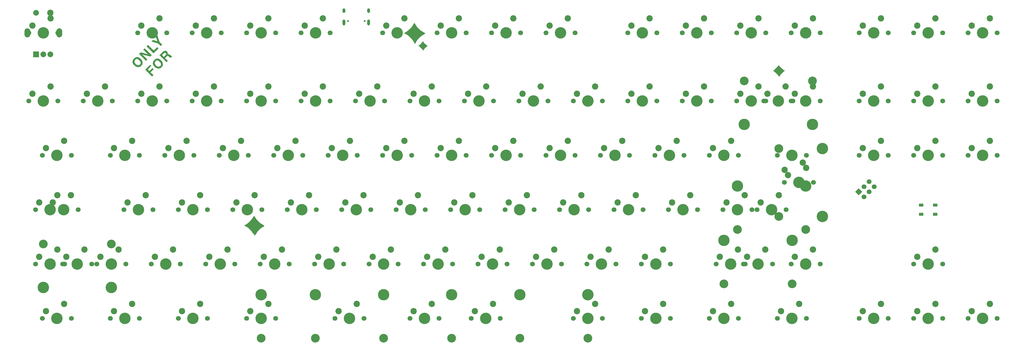
<source format=gbr>
%TF.GenerationSoftware,KiCad,Pcbnew,(6.0.4-0)*%
%TF.CreationDate,2022-05-31T11:34:18+03:00*%
%TF.ProjectId,Supernova_Solder,53757065-726e-46f7-9661-5f536f6c6465,rev?*%
%TF.SameCoordinates,Original*%
%TF.FileFunction,Soldermask,Top*%
%TF.FilePolarity,Negative*%
%FSLAX46Y46*%
G04 Gerber Fmt 4.6, Leading zero omitted, Abs format (unit mm)*
G04 Created by KiCad (PCBNEW (6.0.4-0)) date 2022-05-31 11:34:18*
%MOMM*%
%LPD*%
G01*
G04 APERTURE LIST*
G04 Aperture macros list*
%AMHorizOval*
0 Thick line with rounded ends*
0 $1 width*
0 $2 $3 position (X,Y) of the first rounded end (center of the circle)*
0 $4 $5 position (X,Y) of the second rounded end (center of the circle)*
0 Add line between two ends*
20,1,$1,$2,$3,$4,$5,0*
0 Add two circle primitives to create the rounded ends*
1,1,$1,$2,$3*
1,1,$1,$4,$5*%
%AMRotRect*
0 Rectangle, with rotation*
0 The origin of the aperture is its center*
0 $1 length*
0 $2 width*
0 $3 Rotation angle, in degrees counterclockwise*
0 Add horizontal line*
21,1,$1,$2,0,0,$3*%
G04 Aperture macros list end*
%ADD10C,1.700000*%
%ADD11C,4.000000*%
%ADD12C,2.200000*%
%ADD13C,3.050000*%
%ADD14C,3.987800*%
%ADD15C,3.048000*%
%ADD16R,2.000000X2.000000*%
%ADD17C,2.000000*%
%ADD18O,2.000000X3.200000*%
%ADD19R,1.500000X1.000000*%
%ADD20C,0.650000*%
%ADD21O,1.000000X1.600000*%
%ADD22O,1.000000X2.100000*%
%ADD23RotRect,1.700000X1.700000X315.000000*%
%ADD24HorizOval,1.700000X0.000000X0.000000X0.000000X0.000000X0*%
G04 APERTURE END LIST*
%TO.C,G\u002A\u002A\u002A*%
G36*
X71962945Y-47413437D02*
G01*
X72246470Y-47046592D01*
X72584318Y-46754582D01*
X72849417Y-46613912D01*
X73301721Y-46529645D01*
X73772580Y-46606587D01*
X74245644Y-46840248D01*
X74555869Y-47082405D01*
X74920910Y-47499272D01*
X75154291Y-47956317D01*
X75250502Y-48426032D01*
X75204034Y-48880906D01*
X75009377Y-49293430D01*
X75001029Y-49305087D01*
X74619356Y-49716568D01*
X74188082Y-49977798D01*
X73724199Y-50083433D01*
X73244699Y-50028134D01*
X72996991Y-49935017D01*
X72597234Y-49683746D01*
X72237435Y-49340115D01*
X71947394Y-48944167D01*
X71756914Y-48535942D01*
X71695219Y-48185917D01*
X71724279Y-48034947D01*
X72402930Y-48034947D01*
X72455442Y-48361699D01*
X72654693Y-48732693D01*
X72702167Y-48800119D01*
X73014793Y-49130465D01*
X73366448Y-49335072D01*
X73727481Y-49407243D01*
X74068238Y-49340282D01*
X74322679Y-49166096D01*
X74521779Y-48860655D01*
X74571276Y-48512535D01*
X74476803Y-48146708D01*
X74243990Y-47788147D01*
X73950245Y-47514344D01*
X73562561Y-47294572D01*
X73195234Y-47231048D01*
X72866645Y-47321088D01*
X72595179Y-47562007D01*
X72492225Y-47727227D01*
X72402930Y-48034947D01*
X71724279Y-48034947D01*
X71767832Y-47808687D01*
X71962945Y-47413437D01*
G37*
G36*
X80458276Y-39075944D02*
G01*
X80538173Y-39285096D01*
X80644017Y-39597146D01*
X80765290Y-39982199D01*
X80794602Y-40079083D01*
X80931702Y-40526192D01*
X81042282Y-40848752D01*
X81145614Y-41085239D01*
X81260968Y-41274128D01*
X81407617Y-41453894D01*
X81569768Y-41626705D01*
X81785243Y-41861164D01*
X81944703Y-42055321D01*
X82018818Y-42172975D01*
X82020833Y-42183446D01*
X81965840Y-42289103D01*
X81838565Y-42440514D01*
X81695571Y-42577566D01*
X81593417Y-42640146D01*
X81591035Y-42640250D01*
X81517006Y-42584878D01*
X81357740Y-42439140D01*
X81146530Y-42233597D01*
X81128970Y-42216070D01*
X80950978Y-42044085D01*
X80791365Y-41914850D01*
X80614540Y-41811309D01*
X80384910Y-41716404D01*
X80066884Y-41613078D01*
X79624869Y-41484275D01*
X79568341Y-41468159D01*
X79155724Y-41345598D01*
X78805980Y-41232189D01*
X78549401Y-41138481D01*
X78416275Y-41075026D01*
X78404684Y-41062802D01*
X78443242Y-40958528D01*
X78572634Y-40797011D01*
X78628922Y-40740274D01*
X78880370Y-40499372D01*
X79624070Y-40759454D01*
X79949642Y-40870116D01*
X80208242Y-40951980D01*
X80363458Y-40993827D01*
X80391437Y-40995868D01*
X80374794Y-40911556D01*
X80310520Y-40705011D01*
X80210314Y-40412597D01*
X80147083Y-40236460D01*
X79879062Y-39500720D01*
X80119121Y-39250151D01*
X80281927Y-39093126D01*
X80396378Y-39005902D01*
X80414841Y-38999583D01*
X80458276Y-39075944D01*
G37*
G36*
X78066587Y-43215719D02*
G01*
X78395354Y-43538690D01*
X78685370Y-43814455D01*
X78914450Y-44022629D01*
X79060406Y-44142832D01*
X79099033Y-44164250D01*
X79190721Y-44108070D01*
X79370243Y-43957171D01*
X79607161Y-43738014D01*
X79754049Y-43594848D01*
X80327848Y-43025446D01*
X80558751Y-43256350D01*
X80789654Y-43487253D01*
X79946332Y-44333751D01*
X79640518Y-44637686D01*
X79377629Y-44893239D01*
X79180299Y-45078842D01*
X79071162Y-45172930D01*
X79057954Y-45180250D01*
X78987026Y-45123118D01*
X78815979Y-44963930D01*
X78563799Y-44720999D01*
X78249469Y-44412634D01*
X77891975Y-44057148D01*
X77849866Y-44014987D01*
X77490180Y-43650182D01*
X77175701Y-43322758D01*
X76924823Y-43052570D01*
X76755942Y-42859470D01*
X76687453Y-42763312D01*
X76686833Y-42759746D01*
X76743546Y-42645645D01*
X76882001Y-42486774D01*
X76901096Y-42468478D01*
X77115358Y-42267189D01*
X78066587Y-43215719D01*
G37*
G36*
X170430289Y-34700432D02*
G01*
X170568772Y-34894252D01*
X170692272Y-35115519D01*
X171152486Y-35859131D01*
X171759482Y-36554569D01*
X172493155Y-37182331D01*
X173333400Y-37722915D01*
X173440105Y-37780824D01*
X173734316Y-37949671D01*
X173960204Y-38102539D01*
X174083185Y-38214998D01*
X174095833Y-38244018D01*
X174027102Y-38356580D01*
X173859829Y-38477050D01*
X173841833Y-38486428D01*
X173047274Y-38958342D01*
X172319742Y-39528604D01*
X171688240Y-40169541D01*
X171181772Y-40853476D01*
X170974877Y-41222083D01*
X170815791Y-41518052D01*
X170671895Y-41744640D01*
X170566498Y-41866629D01*
X170540609Y-41878250D01*
X170456578Y-41808568D01*
X170316391Y-41620823D01*
X170142434Y-41346970D01*
X170021575Y-41137417D01*
X169577631Y-40457683D01*
X169031541Y-39811903D01*
X168421618Y-39238413D01*
X167786180Y-38775552D01*
X167496200Y-38610518D01*
X167193020Y-38446362D01*
X166953348Y-38301623D01*
X166813481Y-38198890D01*
X166792918Y-38172836D01*
X166846278Y-38090377D01*
X167015139Y-37957440D01*
X167264489Y-37801129D01*
X167296550Y-37782987D01*
X168026785Y-37305978D01*
X168705974Y-36731115D01*
X169301535Y-36091691D01*
X169780883Y-35420997D01*
X169995309Y-35025548D01*
X170148575Y-34754099D01*
X170279739Y-34624544D01*
X170328014Y-34616652D01*
X170430289Y-34700432D01*
G37*
G36*
X79074945Y-47921437D02*
G01*
X79358470Y-47554592D01*
X79696318Y-47262582D01*
X79961417Y-47121912D01*
X80413721Y-47037645D01*
X80884580Y-47114587D01*
X81357644Y-47348248D01*
X81667869Y-47590405D01*
X82032910Y-48007272D01*
X82266291Y-48464317D01*
X82362502Y-48934032D01*
X82316034Y-49388906D01*
X82121377Y-49801430D01*
X82113029Y-49813087D01*
X81731356Y-50224568D01*
X81300082Y-50485798D01*
X80836199Y-50591433D01*
X80356699Y-50536134D01*
X80108991Y-50443017D01*
X79709234Y-50191746D01*
X79349435Y-49848115D01*
X79059394Y-49452167D01*
X78868914Y-49043942D01*
X78807219Y-48693917D01*
X78836279Y-48542947D01*
X79514930Y-48542947D01*
X79567442Y-48869699D01*
X79766693Y-49240693D01*
X79814167Y-49308119D01*
X80126793Y-49638465D01*
X80478448Y-49843072D01*
X80839481Y-49915243D01*
X81180238Y-49848282D01*
X81434679Y-49674096D01*
X81633779Y-49368655D01*
X81683276Y-49020535D01*
X81588803Y-48654708D01*
X81355990Y-48296147D01*
X81062245Y-48022344D01*
X80674561Y-47802572D01*
X80307234Y-47739048D01*
X79978645Y-47829088D01*
X79707179Y-48070007D01*
X79604225Y-48235227D01*
X79514930Y-48542947D01*
X78836279Y-48542947D01*
X78879832Y-48316687D01*
X79074945Y-47921437D01*
G37*
G36*
X173424243Y-41151098D02*
G01*
X173492817Y-41265570D01*
X173623583Y-41449183D01*
X173846776Y-41698409D01*
X174122185Y-41973593D01*
X174409602Y-42235081D01*
X174668818Y-42443217D01*
X174730833Y-42486511D01*
X174942500Y-42627623D01*
X174730833Y-42779137D01*
X174414292Y-43030549D01*
X174100767Y-43321456D01*
X173828076Y-43612789D01*
X173634033Y-43865477D01*
X173574567Y-43973750D01*
X173464908Y-44181177D01*
X173361443Y-44229793D01*
X173239723Y-44119470D01*
X173144534Y-43971480D01*
X172786676Y-43476912D01*
X172353343Y-43053665D01*
X172037373Y-42831934D01*
X171653137Y-42606756D01*
X171896341Y-42433003D01*
X172292560Y-42119954D01*
X172643012Y-41787298D01*
X172907398Y-41475294D01*
X172999477Y-41330908D01*
X173153615Y-41105882D01*
X173291453Y-41046442D01*
X173424243Y-41151098D01*
G37*
G36*
X114332382Y-102230854D02*
G01*
X114450124Y-102410177D01*
X114588129Y-102648754D01*
X115084085Y-103396249D01*
X115720780Y-104105804D01*
X116469951Y-104750089D01*
X117303336Y-105301775D01*
X117371697Y-105340475D01*
X117641024Y-105496281D01*
X117795234Y-105616647D01*
X117828135Y-105725948D01*
X117733536Y-105848556D01*
X117505243Y-106008845D01*
X117146896Y-106225348D01*
X116558984Y-106640107D01*
X115972604Y-107171929D01*
X115433178Y-107774328D01*
X114986123Y-108400818D01*
X114929240Y-108495016D01*
X114750538Y-108793505D01*
X114604616Y-109027518D01*
X114511682Y-109165152D01*
X114490116Y-109188250D01*
X114433630Y-109122210D01*
X114305367Y-108943682D01*
X114125985Y-108682056D01*
X113969297Y-108447417D01*
X113700977Y-108063646D01*
X113400020Y-107667668D01*
X113116197Y-107323895D01*
X113011421Y-107207743D01*
X112750314Y-106948476D01*
X112447202Y-106676406D01*
X112134190Y-106416976D01*
X111843385Y-106195627D01*
X111606892Y-106037798D01*
X111456818Y-105968932D01*
X111446726Y-105967872D01*
X111327365Y-105916183D01*
X111148426Y-105792920D01*
X111114625Y-105765919D01*
X110871417Y-105567011D01*
X111495625Y-105162235D01*
X112018563Y-104778654D01*
X112556980Y-104306151D01*
X113069516Y-103786647D01*
X113514810Y-103262061D01*
X113851244Y-102774750D01*
X114022222Y-102495202D01*
X114163728Y-102282575D01*
X114252677Y-102170878D01*
X114267316Y-102161921D01*
X114332382Y-102230854D01*
G37*
G36*
X76047474Y-43544316D02*
G01*
X76231962Y-43704332D01*
X76495692Y-43948686D01*
X76819002Y-44259102D01*
X77182228Y-44617304D01*
X77236920Y-44672003D01*
X78419738Y-45857089D01*
X78161204Y-46115623D01*
X77902669Y-46374157D01*
X76660033Y-46031203D01*
X76220475Y-45911707D01*
X75835024Y-45810333D01*
X75534848Y-45735016D01*
X75351112Y-45693688D01*
X75312870Y-45688250D01*
X75331093Y-45743916D01*
X75452156Y-45896938D01*
X75657768Y-46126345D01*
X75929635Y-46411171D01*
X76049353Y-46532427D01*
X76890362Y-47376603D01*
X76689172Y-47590760D01*
X76541297Y-47734373D01*
X76444406Y-47803751D01*
X76438107Y-47804917D01*
X76365662Y-47747759D01*
X76193244Y-47588503D01*
X75939926Y-47345473D01*
X75624781Y-47036993D01*
X75266883Y-46681386D01*
X75225199Y-46639654D01*
X74865513Y-46274848D01*
X74551034Y-45947425D01*
X74300157Y-45677236D01*
X74131276Y-45484137D01*
X74062786Y-45387979D01*
X74062167Y-45384413D01*
X74129422Y-45244144D01*
X74289740Y-45087396D01*
X74480949Y-44965335D01*
X74617957Y-44927018D01*
X74758846Y-44949300D01*
X75025688Y-45009602D01*
X75381728Y-45099038D01*
X75790213Y-45208718D01*
X75840167Y-45222583D01*
X76243309Y-45333236D01*
X76589106Y-45425070D01*
X76844055Y-45489409D01*
X76974656Y-45517578D01*
X76981494Y-45518148D01*
X76956338Y-45462726D01*
X76829611Y-45310247D01*
X76620579Y-45082279D01*
X76348508Y-44800393D01*
X76265937Y-44717030D01*
X75467385Y-43915144D01*
X75668534Y-43701030D01*
X75829053Y-43556191D01*
X75953034Y-43487739D01*
X75961893Y-43486917D01*
X76047474Y-43544316D01*
G37*
G36*
X78083065Y-49412861D02*
G01*
X78300039Y-49616698D01*
X77685811Y-50235053D01*
X77071582Y-50853409D01*
X77617345Y-51399172D01*
X78151339Y-50869925D01*
X78685333Y-50340677D01*
X79090873Y-50772355D01*
X78041127Y-51831515D01*
X78548339Y-52333434D01*
X79055550Y-52835353D01*
X78829018Y-53071801D01*
X78672325Y-53223427D01*
X78566605Y-53304178D01*
X78553692Y-53308250D01*
X78481689Y-53251076D01*
X78309491Y-53091663D01*
X78055971Y-52848171D01*
X77740003Y-52538762D01*
X77380460Y-52181596D01*
X77321524Y-52122607D01*
X76138151Y-50936965D01*
X77866091Y-49209025D01*
X78083065Y-49412861D01*
G37*
G36*
X82045981Y-44948872D02*
G01*
X82459301Y-44609896D01*
X82812206Y-44403294D01*
X83119631Y-44323627D01*
X83396513Y-44365454D01*
X83657785Y-44523334D01*
X83764966Y-44621450D01*
X83962405Y-44859337D01*
X84044486Y-45086613D01*
X84052833Y-45214116D01*
X84065948Y-45416875D01*
X84133729Y-45501534D01*
X84298832Y-45518903D01*
X84308725Y-45518917D01*
X84557154Y-45580507D01*
X84844606Y-45775376D01*
X84922558Y-45843638D01*
X85149484Y-46034519D01*
X85350299Y-46178182D01*
X85442110Y-46227140D01*
X85534419Y-46274658D01*
X85529732Y-46345056D01*
X85417425Y-46479878D01*
X85362770Y-46537418D01*
X85182217Y-46696692D01*
X85029395Y-46783530D01*
X84998961Y-46788917D01*
X84873793Y-46734774D01*
X84677264Y-46594742D01*
X84508693Y-46450250D01*
X84288255Y-46266844D01*
X84099330Y-46143860D01*
X84007463Y-46111583D01*
X83879771Y-46166768D01*
X83679715Y-46310627D01*
X83476405Y-46488356D01*
X83079167Y-46865129D01*
X83567458Y-47360119D01*
X84055750Y-47855108D01*
X83818634Y-48082280D01*
X83581517Y-48309452D01*
X81136125Y-45859688D01*
X81196718Y-45797248D01*
X82105500Y-45797248D01*
X82159487Y-45904366D01*
X82291245Y-46073174D01*
X82455470Y-46253707D01*
X82606857Y-46396000D01*
X82697592Y-46450250D01*
X82780057Y-46394108D01*
X82935954Y-46250315D01*
X83051973Y-46132750D01*
X83310342Y-45844302D01*
X83449296Y-45630633D01*
X83480281Y-45459050D01*
X83414745Y-45296865D01*
X83367491Y-45231632D01*
X83204030Y-45078207D01*
X83047754Y-45011039D01*
X83042608Y-45010917D01*
X82904306Y-45064270D01*
X82700254Y-45199544D01*
X82474757Y-45379563D01*
X82272121Y-45567150D01*
X82136651Y-45725127D01*
X82105500Y-45797248D01*
X81196718Y-45797248D01*
X81557312Y-45425665D01*
X82045981Y-44948872D01*
G37*
G36*
X297918298Y-49512796D02*
G01*
X298103406Y-49755642D01*
X298380318Y-50063711D01*
X298708298Y-50396842D01*
X299046609Y-50714869D01*
X299354514Y-50977630D01*
X299545742Y-51117339D01*
X299957092Y-51381302D01*
X299601807Y-51646276D01*
X299113651Y-52032322D01*
X298736089Y-52386886D01*
X298427108Y-52751869D01*
X298268811Y-52975778D01*
X297937306Y-53472211D01*
X297462088Y-52840826D01*
X296809357Y-52101894D01*
X296058304Y-51494102D01*
X295984792Y-51444915D01*
X295895055Y-51379211D01*
X295868826Y-51316518D01*
X295923229Y-51229716D01*
X296075387Y-51091685D01*
X296342421Y-50875305D01*
X296346501Y-50872036D01*
X296689249Y-50569860D01*
X297050469Y-50208322D01*
X297347286Y-49871251D01*
X297792496Y-49315676D01*
X297918298Y-49512796D01*
G37*
%TD*%
D10*
%TO.C,K10*%
X244951250Y-38100000D03*
X255111250Y-38100000D03*
D11*
X250031250Y-38100000D03*
D12*
X252571250Y-33020000D03*
X246221250Y-35560000D03*
%TD*%
D10*
%TO.C,K63*%
X288448750Y-100012500D03*
X278288750Y-100012500D03*
D11*
X283368750Y-100012500D03*
D12*
X285908750Y-94932500D03*
X279558750Y-97472500D03*
%TD*%
D10*
%TO.C,K49*%
X355123750Y-80962500D03*
X344963750Y-80962500D03*
D11*
X350043750Y-80962500D03*
D12*
X352583750Y-75882500D03*
X346233750Y-78422500D03*
%TD*%
D10*
%TO.C,K61*%
X250348750Y-100012500D03*
D11*
X245268750Y-100012500D03*
D10*
X240188750Y-100012500D03*
D12*
X247808750Y-94932500D03*
X241458750Y-97472500D03*
%TD*%
D10*
%TO.C,K24*%
X178911250Y-61912500D03*
D11*
X173831250Y-61912500D03*
D10*
X168751250Y-61912500D03*
D12*
X176371250Y-56832500D03*
X170021250Y-59372500D03*
%TD*%
D10*
%TO.C,K63a1*%
X300355000Y-100012500D03*
D11*
X295275000Y-100012500D03*
D10*
X290195000Y-100012500D03*
D12*
X297815000Y-94932500D03*
X291465000Y-97472500D03*
%TD*%
D11*
%TO.C,K80*%
X45243750Y-138112500D03*
D10*
X50323750Y-138112500D03*
X40163750Y-138112500D03*
D12*
X47783750Y-133032500D03*
X41433750Y-135572500D03*
%TD*%
D11*
%TO.C,REF\u002A\u002A*%
X230981250Y-129872500D03*
D13*
X230981250Y-145112500D03*
D11*
X116681250Y-129872500D03*
D13*
X116681250Y-145112500D03*
%TD*%
D10*
%TO.C,K47*%
X307498750Y-80962500D03*
X297338750Y-80962500D03*
D11*
X302418750Y-80962500D03*
D12*
X299878750Y-86042500D03*
X306228750Y-83502500D03*
%TD*%
D10*
%TO.C,K57*%
X174148750Y-100012500D03*
D11*
X169068750Y-100012500D03*
D10*
X163988750Y-100012500D03*
D12*
X171608750Y-94932500D03*
X165258750Y-97472500D03*
%TD*%
D10*
%TO.C,K43*%
X216376250Y-80962500D03*
D11*
X221456250Y-80962500D03*
D10*
X226536250Y-80962500D03*
D12*
X223996250Y-75882500D03*
X217646250Y-78422500D03*
%TD*%
D10*
%TO.C,K52*%
X78898750Y-100012500D03*
X68738750Y-100012500D03*
D11*
X73818750Y-100012500D03*
D12*
X76358750Y-94932500D03*
X70008750Y-97472500D03*
%TD*%
D11*
%TO.C,K90*%
X330993750Y-138112500D03*
D10*
X325913750Y-138112500D03*
X336073750Y-138112500D03*
D12*
X333533750Y-133032500D03*
X327183750Y-135572500D03*
%TD*%
D10*
%TO.C,K85*%
X200342500Y-138112500D03*
D11*
X195262500Y-138112500D03*
D10*
X190182500Y-138112500D03*
D12*
X197802500Y-133032500D03*
X191452500Y-135572500D03*
%TD*%
D10*
%TO.C,K46*%
X273526250Y-80962500D03*
X283686250Y-80962500D03*
D11*
X278606250Y-80962500D03*
D12*
X281146250Y-75882500D03*
X274796250Y-78422500D03*
%TD*%
D14*
%TO.C,>NAME*%
X283337000Y-91757500D03*
D15*
X307213000Y-106997500D03*
D14*
X307213000Y-91757500D03*
D15*
X283337000Y-106997500D03*
%TD*%
D11*
%TO.C,K84a1*%
X173831250Y-138112500D03*
D10*
X168751250Y-138112500D03*
X178911250Y-138112500D03*
D12*
X176371250Y-133032500D03*
X170021250Y-135572500D03*
%TD*%
D10*
%TO.C,K54*%
X116998750Y-100012500D03*
D11*
X111918750Y-100012500D03*
D10*
X106838750Y-100012500D03*
D12*
X114458750Y-94932500D03*
X108108750Y-97472500D03*
%TD*%
D10*
%TO.C,K30a1*%
X292576250Y-61912500D03*
D11*
X297656250Y-61912500D03*
D10*
X302736250Y-61912500D03*
D12*
X300196250Y-56832500D03*
X293846250Y-59372500D03*
%TD*%
D11*
%TO.C,K20*%
X97631250Y-61912500D03*
D10*
X92551250Y-61912500D03*
X102711250Y-61912500D03*
D12*
X100171250Y-56832500D03*
X93821250Y-59372500D03*
%TD*%
D10*
%TO.C,K15*%
X344963750Y-38100000D03*
X355123750Y-38100000D03*
D11*
X350043750Y-38100000D03*
D12*
X352583750Y-33020000D03*
X346233750Y-35560000D03*
%TD*%
D10*
%TO.C,K40*%
X159226250Y-80962500D03*
X169386250Y-80962500D03*
D11*
X164306250Y-80962500D03*
D12*
X166846250Y-75882500D03*
X160496250Y-78422500D03*
%TD*%
D11*
%TO.C,K11*%
X269081250Y-38100000D03*
D10*
X264001250Y-38100000D03*
X274161250Y-38100000D03*
D12*
X271621250Y-33020000D03*
X265271250Y-35560000D03*
%TD*%
D11*
%TO.C,K69*%
X121443750Y-119062500D03*
D10*
X126523750Y-119062500D03*
X116363750Y-119062500D03*
D12*
X123983750Y-113982500D03*
X117633750Y-116522500D03*
%TD*%
D10*
%TO.C,K81*%
X63976250Y-138112500D03*
D11*
X69056250Y-138112500D03*
D10*
X74136250Y-138112500D03*
D12*
X71596250Y-133032500D03*
X65246250Y-135572500D03*
%TD*%
D11*
%TO.C,K1*%
X40481250Y-38100000D03*
D10*
X35401250Y-38100000D03*
X45561250Y-38100000D03*
D12*
X43021250Y-33020000D03*
X36671250Y-35560000D03*
%TD*%
D11*
%TO.C,K83*%
X116681250Y-138112500D03*
D10*
X121761250Y-138112500D03*
X111601250Y-138112500D03*
D12*
X119221250Y-133032500D03*
X112871250Y-135572500D03*
%TD*%
D11*
%TO.C,K86*%
X230981250Y-138112500D03*
D10*
X236061250Y-138112500D03*
X225901250Y-138112500D03*
D12*
X233521250Y-133032500D03*
X227171250Y-135572500D03*
%TD*%
D11*
%TO.C,K48*%
X330993750Y-80962500D03*
D10*
X325913750Y-80962500D03*
X336073750Y-80962500D03*
D12*
X333533750Y-75882500D03*
X327183750Y-78422500D03*
%TD*%
D10*
%TO.C,K30*%
X293211250Y-61912500D03*
D11*
X288131250Y-61912500D03*
D10*
X283051250Y-61912500D03*
D12*
X290671250Y-56832500D03*
X284321250Y-59372500D03*
%TD*%
D15*
%TO.C,>NAME*%
X302450500Y-126047500D03*
X278574500Y-126047500D03*
D14*
X302450500Y-110807500D03*
X278574500Y-110807500D03*
%TD*%
D10*
%TO.C,K3*%
X102711250Y-38100000D03*
D11*
X97631250Y-38100000D03*
D10*
X92551250Y-38100000D03*
D12*
X100171250Y-33020000D03*
X93821250Y-35560000D03*
%TD*%
D10*
%TO.C,K44*%
X245586250Y-80962500D03*
D11*
X240506250Y-80962500D03*
D10*
X235426250Y-80962500D03*
D12*
X243046250Y-75882500D03*
X236696250Y-78422500D03*
%TD*%
D11*
%TO.C,K91*%
X350043750Y-138112500D03*
D10*
X355123750Y-138112500D03*
X344963750Y-138112500D03*
D12*
X352583750Y-133032500D03*
X346233750Y-135572500D03*
%TD*%
D10*
%TO.C,K88*%
X273526250Y-138112500D03*
D11*
X278606250Y-138112500D03*
D10*
X283686250Y-138112500D03*
D12*
X281146250Y-133032500D03*
X274796250Y-135572500D03*
%TD*%
D11*
%TO.C,K41*%
X183356250Y-80962500D03*
D10*
X178276250Y-80962500D03*
X188436250Y-80962500D03*
D12*
X185896250Y-75882500D03*
X179546250Y-78422500D03*
%TD*%
D10*
%TO.C,K77a1*%
X285432500Y-119062500D03*
D11*
X290512500Y-119062500D03*
D10*
X295592500Y-119062500D03*
D12*
X293052500Y-113982500D03*
X286702500Y-116522500D03*
%TD*%
D11*
%TO.C,K64*%
X369093750Y-61912500D03*
D10*
X374173750Y-61912500D03*
X364013750Y-61912500D03*
D12*
X371633750Y-56832500D03*
X365283750Y-59372500D03*
%TD*%
D11*
%TO.C,K89*%
X302418750Y-138112500D03*
D10*
X297338750Y-138112500D03*
X307498750Y-138112500D03*
D12*
X304958750Y-133032500D03*
X298608750Y-135572500D03*
%TD*%
D10*
%TO.C,K36*%
X83026250Y-80962500D03*
X93186250Y-80962500D03*
D11*
X88106250Y-80962500D03*
D12*
X90646250Y-75882500D03*
X84296250Y-78422500D03*
%TD*%
D10*
%TO.C,K18*%
X54451250Y-61912500D03*
D11*
X59531250Y-61912500D03*
D10*
X64611250Y-61912500D03*
D12*
X62071250Y-56832500D03*
X55721250Y-59372500D03*
%TD*%
D10*
%TO.C,K74*%
X221773750Y-119062500D03*
X211613750Y-119062500D03*
D11*
X216693750Y-119062500D03*
D12*
X219233750Y-113982500D03*
X212883750Y-116522500D03*
%TD*%
D11*
%TO.C,K82*%
X92868750Y-138112500D03*
D10*
X87788750Y-138112500D03*
X97948750Y-138112500D03*
D12*
X95408750Y-133032500D03*
X89058750Y-135572500D03*
%TD*%
D10*
%TO.C,K67*%
X88423750Y-119062500D03*
D11*
X83343750Y-119062500D03*
D10*
X78263750Y-119062500D03*
D12*
X85883750Y-113982500D03*
X79533750Y-116522500D03*
%TD*%
D10*
%TO.C,K19*%
X83661250Y-61912500D03*
X73501250Y-61912500D03*
D11*
X78581250Y-61912500D03*
D12*
X81121250Y-56832500D03*
X74771250Y-59372500D03*
%TD*%
D10*
%TO.C,K33*%
X344963750Y-61912500D03*
X355123750Y-61912500D03*
D11*
X350043750Y-61912500D03*
D12*
X352583750Y-56832500D03*
X346233750Y-59372500D03*
%TD*%
D11*
%TO.C,K8*%
X202406250Y-38100000D03*
D10*
X197326250Y-38100000D03*
X207486250Y-38100000D03*
D12*
X204946250Y-33020000D03*
X198596250Y-35560000D03*
%TD*%
D10*
%TO.C,K37*%
X112236250Y-80962500D03*
D11*
X107156250Y-80962500D03*
D10*
X102076250Y-80962500D03*
D12*
X109696250Y-75882500D03*
X103346250Y-78422500D03*
%TD*%
D10*
%TO.C,K79*%
X344963750Y-119062500D03*
D11*
X350043750Y-119062500D03*
D10*
X355123750Y-119062500D03*
D12*
X352583750Y-113982500D03*
X346233750Y-116522500D03*
%TD*%
D10*
%TO.C,K31*%
X312261250Y-61912500D03*
X302101250Y-61912500D03*
D11*
X307181250Y-61912500D03*
D12*
X309721250Y-56832500D03*
X303371250Y-59372500D03*
%TD*%
D10*
%TO.C,K17*%
X35401250Y-61912500D03*
D11*
X40481250Y-61912500D03*
D10*
X45561250Y-61912500D03*
D12*
X43021250Y-56832500D03*
X36671250Y-59372500D03*
%TD*%
D11*
%TO.C,K4*%
X116681250Y-38100000D03*
D10*
X121761250Y-38100000D03*
X111601250Y-38100000D03*
D12*
X119221250Y-33020000D03*
X112871250Y-35560000D03*
%TD*%
D10*
%TO.C,K92*%
X364013750Y-138112500D03*
D11*
X369093750Y-138112500D03*
D10*
X374173750Y-138112500D03*
D12*
X371633750Y-133032500D03*
X365283750Y-135572500D03*
%TD*%
D10*
%TO.C,K38*%
X131286250Y-80962500D03*
D11*
X126206250Y-80962500D03*
D10*
X121126250Y-80962500D03*
D12*
X128746250Y-75882500D03*
X122396250Y-78422500D03*
%TD*%
D16*
%TO.C,RE1*%
X37981250Y-45575000D03*
D17*
X42981250Y-45575000D03*
X40481250Y-45575000D03*
D18*
X34881250Y-38075000D03*
X46081250Y-38075000D03*
D12*
X42981250Y-31075000D03*
D17*
X37981250Y-31075000D03*
%TD*%
D11*
%TO.C,K73*%
X197643750Y-119062500D03*
D10*
X202723750Y-119062500D03*
X192563750Y-119062500D03*
D12*
X200183750Y-113982500D03*
X193833750Y-116522500D03*
%TD*%
D10*
%TO.C,K68*%
X107473750Y-119062500D03*
X97313750Y-119062500D03*
D11*
X102393750Y-119062500D03*
D12*
X104933750Y-113982500D03*
X98583750Y-116522500D03*
%TD*%
D10*
%TO.C,K23*%
X149701250Y-61912500D03*
D11*
X154781250Y-61912500D03*
D10*
X159861250Y-61912500D03*
D12*
X157321250Y-56832500D03*
X150971250Y-59372500D03*
%TD*%
D10*
%TO.C,K53*%
X97948750Y-100012500D03*
D11*
X92868750Y-100012500D03*
D10*
X87788750Y-100012500D03*
D12*
X95408750Y-94932500D03*
X89058750Y-97472500D03*
%TD*%
D11*
%TO.C,K26*%
X211931250Y-61912500D03*
D10*
X206851250Y-61912500D03*
X217011250Y-61912500D03*
D12*
X214471250Y-56832500D03*
X208121250Y-59372500D03*
%TD*%
D15*
%TO.C,ST72*%
X285718250Y-54927500D03*
D14*
X309594250Y-70167500D03*
D15*
X309594250Y-54927500D03*
D14*
X285718250Y-70167500D03*
%TD*%
D10*
%TO.C,K50*%
X364013750Y-80962500D03*
X374173750Y-80962500D03*
D11*
X369093750Y-80962500D03*
D12*
X371633750Y-75882500D03*
X365283750Y-78422500D03*
%TD*%
D10*
%TO.C,K59*%
X202088750Y-100012500D03*
D11*
X207168750Y-100012500D03*
D10*
X212248750Y-100012500D03*
D12*
X209708750Y-94932500D03*
X203358750Y-97472500D03*
%TD*%
D11*
%TO.C,K55*%
X130968750Y-100012500D03*
D10*
X125888750Y-100012500D03*
X136048750Y-100012500D03*
D12*
X133508750Y-94932500D03*
X127158750Y-97472500D03*
%TD*%
D11*
%TO.C,K66*%
X64293750Y-119062500D03*
D10*
X59213750Y-119062500D03*
X69373750Y-119062500D03*
D12*
X66833750Y-113982500D03*
X60483750Y-116522500D03*
%TD*%
D10*
%TO.C,K72*%
X183673750Y-119062500D03*
D11*
X178593750Y-119062500D03*
D10*
X173513750Y-119062500D03*
D12*
X181133750Y-113982500D03*
X174783750Y-116522500D03*
%TD*%
D10*
%TO.C,K25*%
X197961250Y-61912500D03*
X187801250Y-61912500D03*
D11*
X192881250Y-61912500D03*
D12*
X195421250Y-56832500D03*
X189071250Y-59372500D03*
%TD*%
D10*
%TO.C,K45*%
X264636250Y-80962500D03*
X254476250Y-80962500D03*
D11*
X259556250Y-80962500D03*
D12*
X262096250Y-75882500D03*
X255746250Y-78422500D03*
%TD*%
D11*
%TO.C,K13*%
X307181250Y-38100000D03*
D10*
X312261250Y-38100000D03*
X302101250Y-38100000D03*
D12*
X309721250Y-33020000D03*
X303371250Y-35560000D03*
%TD*%
D14*
%TO.C,ST1*%
X135699500Y-129857500D03*
D15*
X159575500Y-145097500D03*
X135699500Y-145097500D03*
D14*
X159575500Y-129857500D03*
%TD*%
D11*
%TO.C,K22*%
X135731250Y-61912500D03*
D10*
X140811250Y-61912500D03*
X130651250Y-61912500D03*
D12*
X138271250Y-56832500D03*
X131921250Y-59372500D03*
%TD*%
D10*
%TO.C,K78*%
X312261250Y-119062500D03*
D11*
X307181250Y-119062500D03*
D10*
X302101250Y-119062500D03*
D12*
X309721250Y-113982500D03*
X303371250Y-116522500D03*
%TD*%
D10*
%TO.C,K7*%
X178276250Y-38100000D03*
D11*
X183356250Y-38100000D03*
D10*
X188436250Y-38100000D03*
D12*
X185896250Y-33020000D03*
X179546250Y-35560000D03*
%TD*%
D10*
%TO.C,K32*%
X336073750Y-61912500D03*
X325913750Y-61912500D03*
D11*
X330993750Y-61912500D03*
D12*
X333533750Y-56832500D03*
X327183750Y-59372500D03*
%TD*%
D10*
%TO.C,K27*%
X236061250Y-61912500D03*
D11*
X230981250Y-61912500D03*
D10*
X225901250Y-61912500D03*
D12*
X233521250Y-56832500D03*
X227171250Y-59372500D03*
%TD*%
D10*
%TO.C,K12*%
X283051250Y-38100000D03*
X293211250Y-38100000D03*
D11*
X288131250Y-38100000D03*
D12*
X290671250Y-33020000D03*
X284321250Y-35560000D03*
%TD*%
D10*
%TO.C,K47a1*%
X299720000Y-90493750D03*
D11*
X304800000Y-90493750D03*
D10*
X309880000Y-90493750D03*
D12*
X307340000Y-85413750D03*
X300990000Y-87953750D03*
%TD*%
D10*
%TO.C,K66a1*%
X57467500Y-119062500D03*
X47307500Y-119062500D03*
D13*
X64287500Y-112062500D03*
D11*
X40487500Y-127302500D03*
X52387500Y-119062500D03*
X64287500Y-127302500D03*
D13*
X40487500Y-112062500D03*
D12*
X54927500Y-113982500D03*
X48577500Y-116522500D03*
%TD*%
D10*
%TO.C,K58*%
X193198750Y-100012500D03*
X183038750Y-100012500D03*
D11*
X188118750Y-100012500D03*
D12*
X190658750Y-94932500D03*
X184308750Y-97472500D03*
%TD*%
D10*
%TO.C,K29*%
X274161250Y-61912500D03*
X264001250Y-61912500D03*
D11*
X269081250Y-61912500D03*
D12*
X271621250Y-56832500D03*
X265271250Y-59372500D03*
%TD*%
D10*
%TO.C,K87*%
X259873750Y-138112500D03*
X249713750Y-138112500D03*
D11*
X254793750Y-138112500D03*
D12*
X257333750Y-133032500D03*
X250983750Y-135572500D03*
%TD*%
D14*
%TO.C,ST2*%
X183324500Y-129857500D03*
X207200500Y-129857500D03*
D15*
X207200500Y-145097500D03*
X183324500Y-145097500D03*
%TD*%
D10*
%TO.C,K35*%
X63976250Y-80962500D03*
X74136250Y-80962500D03*
D11*
X69056250Y-80962500D03*
D12*
X71596250Y-75882500D03*
X65246250Y-78422500D03*
%TD*%
D10*
%TO.C,K71*%
X154463750Y-119062500D03*
D11*
X159543750Y-119062500D03*
D10*
X164623750Y-119062500D03*
D12*
X162083750Y-113982500D03*
X155733750Y-116522500D03*
%TD*%
D10*
%TO.C,K70*%
X135413750Y-119062500D03*
X145573750Y-119062500D03*
D11*
X140493750Y-119062500D03*
D12*
X143033750Y-113982500D03*
X136683750Y-116522500D03*
%TD*%
D10*
%TO.C,K77*%
X286067500Y-119062500D03*
X275907500Y-119062500D03*
D11*
X280987500Y-119062500D03*
D12*
X283527500Y-113982500D03*
X277177500Y-116522500D03*
%TD*%
D10*
%TO.C,K65*%
X47942500Y-119062500D03*
D11*
X42862500Y-119062500D03*
D10*
X37782500Y-119062500D03*
D12*
X45402500Y-113982500D03*
X39052500Y-116522500D03*
%TD*%
D11*
%TO.C,K39*%
X145256250Y-80962500D03*
D10*
X140176250Y-80962500D03*
X150336250Y-80962500D03*
D12*
X147796250Y-75882500D03*
X141446250Y-78422500D03*
%TD*%
D10*
%TO.C,K6*%
X169386250Y-38100000D03*
X159226250Y-38100000D03*
D11*
X164306250Y-38100000D03*
D12*
X166846250Y-33020000D03*
X160496250Y-35560000D03*
%TD*%
D10*
%TO.C,K16*%
X374173750Y-38100000D03*
D11*
X369093750Y-38100000D03*
D10*
X364013750Y-38100000D03*
D12*
X371633750Y-33020000D03*
X365283750Y-35560000D03*
%TD*%
D10*
%TO.C,K62*%
X259238750Y-100012500D03*
D11*
X264318750Y-100012500D03*
D10*
X269398750Y-100012500D03*
D12*
X266858750Y-94932500D03*
X260508750Y-97472500D03*
%TD*%
D10*
%TO.C,K21*%
X111601250Y-61912500D03*
D11*
X116681250Y-61912500D03*
D10*
X121761250Y-61912500D03*
D12*
X119221250Y-56832500D03*
X112871250Y-59372500D03*
%TD*%
D11*
%TO.C,K28*%
X250031250Y-61912500D03*
D10*
X244951250Y-61912500D03*
X255111250Y-61912500D03*
D12*
X252571250Y-56832500D03*
X246221250Y-59372500D03*
%TD*%
D10*
%TO.C,K60*%
X221138750Y-100012500D03*
D11*
X226218750Y-100012500D03*
D10*
X231298750Y-100012500D03*
D12*
X228758750Y-94932500D03*
X222408750Y-97472500D03*
%TD*%
D10*
%TO.C,K84*%
X142557500Y-138112500D03*
D11*
X147637500Y-138112500D03*
D10*
X152717500Y-138112500D03*
D12*
X150177500Y-133032500D03*
X143827500Y-135572500D03*
%TD*%
D11*
%TO.C,REF\u002A\u002A*%
X313040000Y-78593750D03*
D13*
X297800000Y-78593750D03*
D11*
X313040000Y-102393750D03*
D13*
X297800000Y-102393750D03*
%TD*%
D11*
%TO.C,K9*%
X221456250Y-38100000D03*
D10*
X216376250Y-38100000D03*
X226536250Y-38100000D03*
D12*
X223996250Y-33020000D03*
X217646250Y-35560000D03*
%TD*%
D11*
%TO.C,K51a1*%
X42862500Y-100012500D03*
D10*
X47942500Y-100012500D03*
X37782500Y-100012500D03*
D12*
X45402500Y-94932500D03*
X39052500Y-97472500D03*
%TD*%
D10*
%TO.C,K75*%
X240823750Y-119062500D03*
X230663750Y-119062500D03*
D11*
X235743750Y-119062500D03*
D12*
X238283750Y-113982500D03*
X231933750Y-116522500D03*
%TD*%
D11*
%TO.C,K42*%
X202406250Y-80962500D03*
D10*
X207486250Y-80962500D03*
X197326250Y-80962500D03*
D12*
X204946250Y-75882500D03*
X198596250Y-78422500D03*
%TD*%
D11*
%TO.C,K14*%
X330993750Y-38100000D03*
D10*
X325913750Y-38100000D03*
X336073750Y-38100000D03*
D12*
X333533750Y-33020000D03*
X327183750Y-35560000D03*
%TD*%
D11*
%TO.C,K5*%
X135731250Y-38100000D03*
D10*
X130651250Y-38100000D03*
X140811250Y-38100000D03*
D12*
X138271250Y-33020000D03*
X131921250Y-35560000D03*
%TD*%
D11*
%TO.C,K76*%
X254793750Y-119062500D03*
D10*
X249713750Y-119062500D03*
X259873750Y-119062500D03*
D12*
X257333750Y-113982500D03*
X250983750Y-116522500D03*
%TD*%
D10*
%TO.C,K51*%
X42545000Y-100012500D03*
X52705000Y-100012500D03*
D11*
X47625000Y-100012500D03*
D12*
X50165000Y-94932500D03*
X43815000Y-97472500D03*
%TD*%
D19*
%TO.C,LED1*%
X347593750Y-98412500D03*
X347593750Y-101612500D03*
X352493750Y-101612500D03*
X352493750Y-98412500D03*
%TD*%
D10*
%TO.C,K2*%
X83661250Y-38100000D03*
D11*
X78581250Y-38100000D03*
D10*
X73501250Y-38100000D03*
D12*
X81121250Y-33020000D03*
X74771250Y-35560000D03*
%TD*%
D11*
%TO.C,K56*%
X150018750Y-100012500D03*
D10*
X155098750Y-100012500D03*
X144938750Y-100012500D03*
D12*
X152558750Y-94932500D03*
X146208750Y-97472500D03*
%TD*%
D11*
%TO.C,K34*%
X45243750Y-80962500D03*
D10*
X40163750Y-80962500D03*
X50323750Y-80962500D03*
D12*
X47783750Y-75882500D03*
X41433750Y-78422500D03*
%TD*%
D20*
%TO.C,J1*%
X147128750Y-33917000D03*
X152908750Y-33917000D03*
D21*
X145698750Y-30267000D03*
D22*
X154338750Y-34447000D03*
X145698750Y-34447000D03*
D21*
X154338750Y-30267000D03*
%TD*%
D23*
%TO.C,ISP1*%
X325781399Y-93784149D03*
D24*
X327577450Y-95580200D03*
X327577450Y-91988098D03*
X329373501Y-93784149D03*
X329373501Y-90192047D03*
X331169553Y-91988098D03*
%TD*%
M02*

</source>
